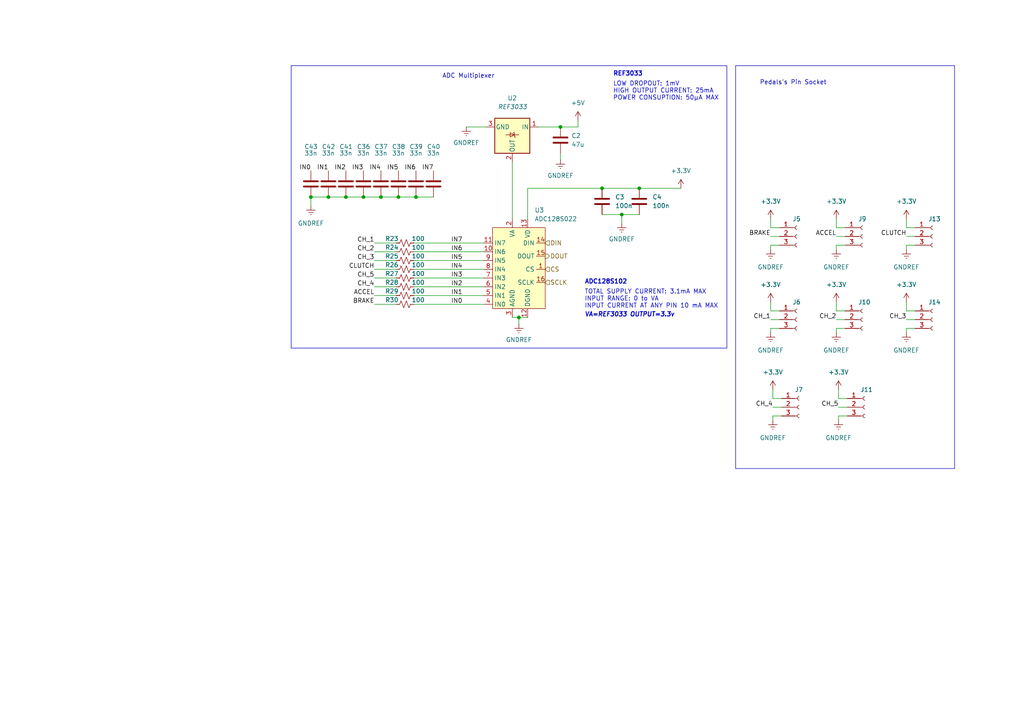
<source format=kicad_sch>
(kicad_sch (version 20230121) (generator eeschema)
  (paper "A4")
  (title_block (title "CAE32 pedals") (date "2024-01-13") (rev "1") (comment 1 "Desing by: janc18") (comment 2 "Version 2.1"))
  (lib_symbols
    (symbol "Connector:Conn_01x03_Female" (pin_names (offset 1.016) hide)
      (property "Reference" "J" (at 0 5.08 0))
      (property "Value" "Conn_01x03_Female" (at 0 -5.08 0))
      (symbol "Conn_01x03_Female_1_1"
        (arc (start 0 -2.032) (mid -0.5058 -2.54) (end 0 -3.048) (stroke (width 0.1524)))
        (polyline (pts (xy -1.27 -2.54) (xy -0.508 -2.54)) (stroke (width 0.1524)))
        (polyline (pts (xy -1.27 0) (xy -0.508 0)) (stroke (width 0.1524)))
        (polyline (pts (xy -1.27 2.54) (xy -0.508 2.54)) (stroke (width 0.1524)))
        (arc (start 0 0.508) (mid -0.5058 0) (end 0 -0.508) (stroke (width 0.1524)))
        (arc (start 0 3.048) (mid -0.5058 2.54) (end 0 2.032) (stroke (width 0.1524)))
        (pin passive line (at -5.08 2.54 0) (length 3.81) (name "Pin_1") (number "1"))
        (pin passive line (at -5.08 0 0) (length 3.81) (name "Pin_2") (number "2"))
        (pin passive line (at -5.08 -2.54 0) (length 3.81) (name "Pin_3") (number "3"))
      )
    )
    (symbol "Device:C" (pin_numbers hide) (pin_names (offset 0.254))
      (property "Reference" "C" (at 0.635 2.54 0))
      (property "Value" "C" (at 0.635 -2.54 0))
      (symbol "C_0_1"
        (polyline (pts (xy -2.032 -0.762) (xy 2.032 -0.762)) (stroke (width 0.508)))
        (polyline (pts (xy -2.032 0.762) (xy 2.032 0.762)) (stroke (width 0.508)))
      )
      (symbol "C_1_1"
        (pin passive line (at 0 3.81 270) (length 2.794) (name "~") (number "1"))
        (pin passive line (at 0 -3.81 90) (length 2.794) (name "~") (number "2"))
      )
    )
    (symbol "Device:R_Small_US" (pin_numbers hide) (pin_names (offset 0.254) hide)
      (property "Reference" "R" (at 0.762 0.508 0))
      (property "Value" "R_Small_US" (at 0.762 -1.016 0))
      (symbol "R_Small_US_1_1"
        (polyline (pts (xy 0 0) (xy 1.016 -0.381) (xy 0 -0.762) (xy -1.016 -1.143) (xy 0 -1.524)))
        (polyline (pts (xy 0 1.524) (xy 1.016 1.143) (xy 0 0.762) (xy -1.016 0.381) (xy 0 0)))
        (pin passive line (at 0 2.54 270) (length 1.016) (name "~") (number "1"))
        (pin passive line (at 0 -2.54 90) (length 1.016) (name "~") (number "2"))
      )
    )
    (symbol "GNDREF_1" (power) (pin_names (offset 0))
      (property "Value" "GNDREF_1" (at 0 -3.81 0))
      (symbol "GNDREF_1_0_1"
        (polyline (pts (xy -0.635 -1.905) (xy 0.635 -1.905)))
        (polyline (pts (xy -0.127 -2.54) (xy 0.127 -2.54)))
        (polyline (pts (xy 0 -1.27) (xy 0 0)))
        (polyline (pts (xy 1.27 -1.27) (xy -1.27 -1.27)))
      )
      (symbol "GNDREF_1_1_1"
        (pin power_in line (at 0 0 270) (length 0) hide (name "GNDREF") (number "1"))
      )
    )
    (symbol "GNDREF_2" (power) (pin_names (offset 0))
      (property "Value" "GNDREF_2" (at 0 -3.81 0))
      (symbol "GNDREF_2_0_1"
        (polyline (pts (xy -0.635 -1.905) (xy 0.635 -1.905)))
        (polyline (pts (xy -0.127 -2.54) (xy 0.127 -2.54)))
        (polyline (pts (xy 0 -1.27) (xy 0 0)))
        (polyline (pts (xy 1.27 -1.27) (xy -1.27 -1.27)))
      )
      (symbol "GNDREF_2_1_1"
        (pin power_in line (at 0 0 270) (length 0) hide (name "GNDREF") (number "1"))
      )
    )
    (symbol "Reference_Voltage:REF3033" (pin_names (offset 0.254))
      (property "Reference" "U" (at 0 6.35 0))
      (property "Value" "REF3033" (at 2.54 -6.35 0))
      (symbol "REF3033_0_1"
        (rectangle (start -5.08 5.08) (end 5.08 -5.08) (stroke (width 0.254)) (fill (type background)))
        (polyline (pts (xy -0.254 1.905) (xy -0.254 -1.905)))
        (polyline (pts (xy -0.889 -0.635) (xy 0.381 -0.635) (xy -0.254 0.635) (xy -0.889 -0.635)))
        (polyline (pts (xy 0.381 1.016) (xy 0.381 0.635) (xy -0.889 0.635) (xy -0.889 0.254)))
      )
      (symbol "REF3033_1_1"
        (pin power_in line (at -2.54 7.62 270) (length 2.54) (name "IN") (number "1"))
        (pin power_out line (at 7.62 0 180) (length 2.54) (name "OUT") (number "2"))
        (pin power_in line (at -2.54 -7.62 90) (length 2.54) (name "GND") (number "3"))
      )
    )
    (symbol "Rpizero:ADC128S102"
      (property "Reference" "U" (at 0 19.05 0))
      (property "Value" "ADC128S102" (at 0 16.51 0))
      (symbol "ADC128S102_0_1"
        (rectangle (start -7.62 10.795) (end 7.62 -12.7) (fill (type background)))
      )
      (symbol "ADC128S102_1_1"
        (pin input line (at 7.62 -1.27 180) (length 2.54) (name "CS") (number "1"))
        (pin input line (at -10.16 3.81 0) (length 2.54) (name "IN6") (number "10"))
        (pin input line (at -10.16 6.35 0) (length 2.54) (name "IN7") (number "11"))
        (pin input line (at 2.54 -15.24 90) (length 2.54) (name "DGND") (number "12"))
        (pin input line (at 2.54 13.335 270) (length 2.54) (name "VD") (number "13"))
        (pin input line (at 7.62 6.35 180) (length 2.54) (name "DIN") (number "14"))
        (pin input line (at 7.62 2.54 180) (length 2.54) (name "DOUT") (number "15"))
        (pin input line (at 7.62 -5.08 180) (length 2.54) (name "SCLK") (number "16"))
        (pin input line (at -1.905 13.335 270) (length 2.54) (name "VA") (number "2"))
        (pin input line (at -1.905 -15.24 90) (length 2.54) (name "AGND") (number "3"))
        (pin input line (at -10.16 -11.43 0) (length 2.54) (name "IN0") (number "4"))
        (pin input line (at -10.16 -8.89 0) (length 2.54) (name "IN1") (number "5"))
        (pin input line (at -10.16 -6.35 0) (length 2.54) (name "IN2") (number "6"))
        (pin input line (at -10.16 -3.81 0) (length 2.54) (name "IN3") (number "7"))
        (pin input line (at -10.16 -1.27 0) (length 2.54) (name "IN4") (number "8"))
        (pin input line (at -10.16 1.27 0) (length 2.54) (name "IN5") (number "9"))
      )
    )
    (symbol "power:+3.3V" (power) (pin_names (offset 0))
      (property "Value" "+3.3V" (at 0 3.556 0))
      (symbol "+3.3V_0_1"
        (polyline (pts (xy -0.762 1.27) (xy 0 2.54)))
        (polyline (pts (xy 0 0) (xy 0 2.54)))
        (polyline (pts (xy 0 2.54) (xy 0.762 1.27)))
      )
      (symbol "+3.3V_1_1"
        (pin power_in line (at 0 0 90) (length 0) hide (name "+3.3V") (number "1"))
      )
    )
    (symbol "power:+5V" (power) (pin_names (offset 0))
      (property "Value" "+5V" (at 0 3.556 0))
      (symbol "+5V_0_1"
        (polyline (pts (xy -0.762 1.27) (xy 0 2.54)))
        (polyline (pts (xy 0 0) (xy 0 2.54)))
        (polyline (pts (xy 0 2.54) (xy 0.762 1.27)))
      )
      (symbol "+5V_1_1"
        (pin power_in line (at 0 0 90) (length 0) hide (name "+5V") (number "1"))
      )
    )
    (symbol "power:GNDREF" (power) (pin_names (offset 0))
      (property "Value" "GNDREF" (at 0 -3.81 0))
      (symbol "GNDREF_0_1"
        (polyline (pts (xy -0.635 -1.905) (xy 0.635 -1.905)))
        (polyline (pts (xy -0.127 -2.54) (xy 0.127 -2.54)))
        (polyline (pts (xy 0 -1.27) (xy 0 0)))
        (polyline (pts (xy 1.27 -1.27) (xy -1.27 -1.27)))
      )
      (symbol "GNDREF_1_1"
        (pin power_in line (at 0 0 270) (length 0) hide (name "GNDREF") (number "1"))
      )
    )
  )
  (junction (at 185.42 54.61))
  (junction (at 120.65 57.15))
  (junction (at 180.34 62.23))
  (junction (at 105.41 57.15))
  (junction (at 95.25 57.15))
  (junction (at 150.495 92.075))
  (junction (at 115.57 57.15))
  (junction (at 110.49 57.15))
  (junction (at 162.56 36.83))
  (junction (at 100.33 57.15))
  (junction (at 90.17 57.15))
  (junction (at 174.625 54.61))
  (wire (pts (xy 95.25 57.15) (xy 100.33 57.15)))
  (wire (pts (xy 242.57 68.58) (xy 245.11 68.58)))
  (wire (pts (xy 223.52 72.39) (xy 223.52 71.12)))
  (wire (pts (xy 108.585 73.025) (xy 114.935 73.025)))
  (wire (pts (xy 120.015 75.565) (xy 140.335 75.565)))
  (wire (pts (xy 242.57 96.52) (xy 242.57 95.25)))
  (wire (pts (xy 224.155 113.03) (xy 224.155 115.57)))
  (wire (pts (xy 174.625 54.61) (xy 185.42 54.61)))
  (wire (pts (xy 262.89 92.71) (xy 265.43 92.71)))
  (wire (pts (xy 242.57 87.63) (xy 242.57 90.17)))
  (wire (pts (xy 262.89 71.12) (xy 265.43 71.12)))
  (wire (pts (xy 153.035 54.61) (xy 174.625 54.61)))
  (wire (pts (xy 243.205 118.11) (xy 245.745 118.11)))
  (wire (pts (xy 223.52 87.63) (xy 223.52 90.17)))
  (wire (pts (xy 120.015 80.645) (xy 140.335 80.645)))
  (wire (pts (xy 108.585 70.485) (xy 114.935 70.485)))
  (wire (pts (xy 120.015 88.265) (xy 140.335 88.265)))
  (wire (pts (xy 110.49 57.15) (xy 115.57 57.15)))
  (wire (pts (xy 185.42 54.61) (xy 197.485 54.61)))
  (wire (pts (xy 224.155 121.92) (xy 224.155 120.65)))
  (wire (pts (xy 108.585 75.565) (xy 114.935 75.565)))
  (wire (pts (xy 243.205 113.03) (xy 243.205 115.57)))
  (wire (pts (xy 174.625 62.23) (xy 180.34 62.23)))
  (wire (pts (xy 162.56 44.45) (xy 162.56 46.355)))
  (wire (pts (xy 120.015 85.725) (xy 140.335 85.725)))
  (wire (pts (xy 242.57 63.5) (xy 242.57 66.04)))
  (wire (pts (xy 224.155 118.11) (xy 226.695 118.11)))
  (wire (pts (xy 108.585 85.725) (xy 114.935 85.725)))
  (wire (pts (xy 153.035 63.5) (xy 153.035 54.61)))
  (wire (pts (xy 242.57 92.71) (xy 245.11 92.71)))
  (polyline (pts (xy 213.36 19.05) (xy 213.36 135.89)))
  (polyline (pts (xy 213.36 19.05) (xy 276.86 19.05)))
  (wire (pts (xy 120.65 57.15) (xy 125.73 57.15)))
  (wire (pts (xy 148.59 92.075) (xy 150.495 92.075)))
  (wire (pts (xy 223.52 66.04) (xy 226.06 66.04)))
  (wire (pts (xy 242.57 90.17) (xy 245.11 90.17)))
  (wire (pts (xy 242.57 71.12) (xy 245.11 71.12)))
  (wire (pts (xy 262.89 90.17) (xy 265.43 90.17)))
  (wire (pts (xy 242.57 95.25) (xy 245.11 95.25)))
  (wire (pts (xy 223.52 96.52) (xy 223.52 95.25)))
  (wire (pts (xy 150.495 92.075) (xy 150.495 93.98)))
  (wire (pts (xy 100.33 57.15) (xy 105.41 57.15)))
  (wire (pts (xy 262.89 66.04) (xy 265.43 66.04)))
  (wire (pts (xy 120.015 73.025) (xy 140.335 73.025)))
  (wire (pts (xy 135.255 36.83) (xy 140.97 36.83)))
  (wire (pts (xy 262.89 95.25) (xy 265.43 95.25)))
  (wire (pts (xy 180.34 62.23) (xy 185.42 62.23)))
  (wire (pts (xy 105.41 57.15) (xy 110.49 57.15)))
  (wire (pts (xy 167.64 34.925) (xy 167.64 36.83)))
  (wire (pts (xy 120.015 83.185) (xy 140.335 83.185)))
  (wire (pts (xy 223.52 68.58) (xy 226.06 68.58)))
  (wire (pts (xy 120.015 70.485) (xy 140.335 70.485)))
  (wire (pts (xy 148.59 46.99) (xy 148.59 63.5)))
  (wire (pts (xy 262.89 96.52) (xy 262.89 95.25)))
  (wire (pts (xy 223.52 71.12) (xy 226.06 71.12)))
  (wire (pts (xy 223.52 90.17) (xy 226.06 90.17)))
  (wire (pts (xy 224.155 115.57) (xy 226.695 115.57)))
  (wire (pts (xy 262.89 63.5) (xy 262.89 66.04)))
  (wire (pts (xy 242.57 72.39) (xy 242.57 71.12)))
  (polyline (pts (xy 276.86 135.89) (xy 213.36 135.89)))
  (wire (pts (xy 180.34 62.23) (xy 180.34 64.77)))
  (wire (pts (xy 167.64 36.83) (xy 162.56 36.83)))
  (wire (pts (xy 243.205 115.57) (xy 245.745 115.57)))
  (wire (pts (xy 115.57 57.15) (xy 120.65 57.15)))
  (wire (pts (xy 224.155 120.65) (xy 226.695 120.65)))
  (wire (pts (xy 108.585 78.105) (xy 114.935 78.105)))
  (wire (pts (xy 243.205 121.92) (xy 243.205 120.65)))
  (wire (pts (xy 120.015 78.105) (xy 140.335 78.105)))
  (wire (pts (xy 90.17 57.15) (xy 95.25 57.15)))
  (wire (pts (xy 150.495 92.075) (xy 153.035 92.075)))
  (wire (pts (xy 156.21 36.83) (xy 162.56 36.83)))
  (wire (pts (xy 242.57 66.04) (xy 245.11 66.04)))
  (wire (pts (xy 262.89 68.58) (xy 265.43 68.58)))
  (wire (pts (xy 262.89 72.39) (xy 262.89 71.12)))
  (wire (pts (xy 108.585 80.645) (xy 114.935 80.645)))
  (wire (pts (xy 108.585 83.185) (xy 114.935 83.185)))
  (wire (pts (xy 108.585 88.265) (xy 114.935 88.265)))
  (wire (pts (xy 90.17 57.15) (xy 90.17 59.69)))
  (polyline (pts (xy 276.86 19.05) (xy 276.86 135.89)))
  (wire (pts (xy 223.52 63.5) (xy 223.52 66.04)))
  (wire (pts (xy 223.52 95.25) (xy 226.06 95.25)))
  (wire (pts (xy 243.205 120.65) (xy 245.745 120.65)))
  (wire (pts (xy 262.89 87.63) (xy 262.89 90.17)))
  (wire (pts (xy 223.52 92.71) (xy 226.06 92.71)))
  (rectangle (start 84.455 19.05) (end 210.82 100.965))
  (text "LOW DROPOUT: 1mV\nHIGH OUTPUT CURRENT: 25mA\nPOWER CONSUPTION: 50μA MAX " (at 177.8 29.21 0) (effects (font (size 1.27 1.27)) (justify left bottom)))
  (text "ADC Multiplexer" (at 128.27 22.86 0) (effects (font (size 1.27 1.27)) (justify left bottom)))
  (text "VA=REF3033 OUTPUT=3.3v" (at 169.545 92.075 0) (effects (font (size 1.27 1.27) (thickness 0.254) bold italic) (justify left bottom)))
  (text "ADC128S102" (at 169.545 82.55 0) (effects (font (size 1.27 1.27) (thickness 0.254) bold) (justify left bottom)))
  (text "Pedals's Pin Socket" (at 220.345 24.765 0) (effects (font (size 1.27 1.27)) (justify left bottom)))
  (text "REF3033" (at 177.8 22.225 0) (effects (font (size 1.27 1.27) (thickness 0.254) bold) (justify left bottom)))
  (text "TOTAL SUPPLY CURRENT: 3.1mA MAX\nINPUT RANGE: 0 to VA\nINPUT CURRENT AT ANY PIN 10 mA MAX\n" (at 169.545 89.535 0) (effects (font (size 1.27 1.27)) (justify left bottom)))
  (label "IN0" (at 130.81 88.265 0))
  (label "BRAKE" (at 223.52 68.58 180))
  (label "IN2" (at 130.81 83.185 0))
  (label "CH_3" (at 262.89 92.71 180))
  (label "IN3" (at 105.41 49.53 180))
  (label "IN2" (at 100.33 49.53 180))
  (label "CH_3" (at 108.585 75.565 180))
  (label "CH_5" (at 243.205 118.11 180))
  (label "IN4" (at 110.49 49.53 180))
  (label "IN1" (at 95.25 49.53 180))
  (label "IN0" (at 90.17 49.53 180))
  (label "IN7" (at 130.81 70.485 0))
  (label "IN6" (at 130.81 73.025 0))
  (label "IN5" (at 115.57 49.53 180))
  (label "CH_4" (at 108.585 83.185 180))
  (label "IN4" (at 130.81 78.105 0))
  (label "CLUTCH" (at 108.585 78.105 180))
  (label "CH_1" (at 108.585 70.485 180))
  (label "IN3" (at 130.81 80.645 0))
  (label "CH_5" (at 108.585 80.645 180))
  (label "BRAKE" (at 108.585 88.265 180))
  (label "ACCEL" (at 242.57 68.58 180))
  (label "IN6" (at 120.65 49.53 180))
  (label "CH_2" (at 242.57 92.71 180))
  (label "IN1" (at 130.81 85.725 0))
  (label "ACCEL" (at 108.585 85.725 180))
  (label "CLUTCH" (at 262.89 68.58 180))
  (label "CH_2" (at 108.585 73.025 180))
  (label "CH_1" (at 223.52 92.71 180))
  (label "IN7" (at 125.73 49.53 180))
  (label "CH_4" (at 224.155 118.11 180))
  (label "IN5" (at 130.81 75.565 0))
  (hierarchical_label "SCLK" (shape input) (at 158.115 81.915 0))
  (hierarchical_label "CS" (shape input) (at 158.115 78.105 0))
  (hierarchical_label "DOUT" (shape output) (at 158.115 74.295 0))
  (hierarchical_label "DIN" (shape input) (at 158.115 70.485 0))
  (symbol (lib_id "power:+3.3V") (at 223.52 87.63 0) (unit 1)
    (property "Reference" "#PWR023" (effects hide))
    (property "Value" "+3.3V" (at 223.52 82.55 0))
  )
  (symbol (lib_id "Device:C") (at 125.73 53.34 0) (unit 1)
    (property "Reference" "C40" (at 123.825 42.545 0) (effects (justify left)))
    (property "Value" "33n" (at 123.825 44.45 0) (effects (justify left)))
    (property "Footprint" "Capacitor_SMD:C_0603_1608Metric" (effects hide))
    (property "Item" "C2929162" (effects hide))
    (property "LCSC_PART" "C2929162" (effects hide))
    (property "Vendor" "C2929162" (effects hide))
  )
  (symbol (lib_id "Connector:Conn_01x03_Female") (at 250.19 92.71 0) (unit 1)
    (property "Reference" "J10" (at 248.92 87.63 0) (effects (justify left)))
    (property "Value" "Conn_01x03_Female" (effects hide))
    (property "Footprint" "Connector_PinHeader_2.54mm:PinHeader_1x03_P2.54mm_Vertical" (effects hide))
    (property "Qty" "8" (effects hide))
    (property "Item" "C6332196" (effects hide))
    (property "LCSC_PART" "C6332196" (effects hide))
    (property "Vendor" "C6332196" (effects hide))
  )
  (symbol (lib_id "Device:R_Small_US") (at 117.475 83.185 90) (unit 1)
    (property "Reference" "R28" (at 113.665 81.915 90))
    (property "Value" "100" (at 121.285 81.915 90))
    (property "Footprint" "Resistor_SMD:R_0603_1608Metric" (effects hide))
    (property "Item" "C25201" (effects hide))
    (property "LCSC_PART" "C25201" (effects hide))
    (property "Qty" "14" (effects hide))
    (property "Vendor" "C25201" (effects hide))
  )
  (symbol (lib_id "Device:C") (at 115.57 53.34 0) (unit 1)
    (property "Reference" "C38" (at 113.665 42.545 0) (effects (justify left)))
    (property "Value" "33n" (at 113.665 44.45 0) (effects (justify left)))
    (property "Footprint" "Capacitor_SMD:C_0603_1608Metric" (effects hide))
    (property "Item" "C2929162" (effects hide))
    (property "LCSC_PART" "C2929162" (effects hide))
    (property "Vendor" "C2929162" (effects hide))
  )
  (symbol (lib_id "Device:C") (at 100.33 53.34 0) (unit 1)
    (property "Reference" "C41" (at 98.425 42.545 0) (effects (justify left)))
    (property "Value" "33n" (at 98.425 44.45 0) (effects (justify left)))
    (property "Footprint" "Capacitor_SMD:C_0603_1608Metric" (effects hide))
    (property "Item" "C2929162" (effects hide))
    (property "LCSC_PART" "C2929162" (effects hide))
    (property "Vendor" "C2929162" (effects hide))
  )
  (symbol (lib_id "Connector:Conn_01x03_Female") (at 231.14 68.58 0) (unit 1)
    (property "Reference" "J5" (at 229.87 63.5 0) (effects (justify left)))
    (property "Value" "Conn_01x03_Female" (effects hide))
    (property "Footprint" "Connector_PinHeader_2.54mm:PinHeader_1x03_P2.54mm_Vertical" (effects hide))
    (property "Qty" "8" (effects hide))
    (property "Item" "C6332196" (effects hide))
    (property "LCSC_PART" "C6332196" (effects hide))
    (property "Vendor" "C6332196" (effects hide))
  )
  (symbol (lib_id "power:GNDREF") (at 242.57 72.39 0) (unit 1)
    (property "Reference" "#PWR030" (effects hide))
    (property "Value" "GNDREF" (at 242.57 77.47 0))
  )
  (symbol (lib_name "GNDREF_1") (lib_id "power:GNDREF") (at 180.34 64.77 0) (unit 1)
    (property "Reference" "#PWR017" (effects hide))
    (property "Value" "GNDREF" (at 180.34 69.342 0))
  )
  (symbol (lib_id "power:+3.3V") (at 262.89 87.63 0) (unit 1)
    (property "Reference" "#PWR039" (effects hide))
    (property "Value" "+3.3V" (at 262.89 82.55 0))
  )
  (symbol (lib_id "power:+3.3V") (at 224.155 113.03 0) (unit 1)
    (property "Reference" "#PWR025" (effects hide))
    (property "Value" "+3.3V" (at 224.155 107.95 0))
  )
  (symbol (lib_id "power:GNDREF") (at 262.89 96.52 0) (unit 1)
    (property "Reference" "#PWR040" (effects hide))
    (property "Value" "GNDREF" (at 262.89 101.6 0))
  )
  (symbol (lib_id "power:+3.3V") (at 197.485 54.61 0) (unit 1)
    (property "Reference" "#PWR018" (effects hide))
    (property "Value" "+3.3V" (at 197.485 49.53 0))
  )
  (symbol (lib_id "Device:R_Small_US") (at 117.475 85.725 90) (unit 1)
    (property "Reference" "R29" (at 113.665 84.455 90))
    (property "Value" "100" (at 121.285 84.455 90))
    (property "Footprint" "Resistor_SMD:R_0603_1608Metric" (effects hide))
    (property "Item" "C25201" (effects hide))
    (property "LCSC_PART" "C25201" (effects hide))
    (property "Qty" "14" (effects hide))
    (property "Vendor" "C25201" (effects hide))
  )
  (symbol (lib_id "power:GNDREF") (at 242.57 96.52 0) (unit 1)
    (property "Reference" "#PWR032" (effects hide))
    (property "Value" "GNDREF" (at 242.57 101.6 0))
  )
  (symbol (lib_id "power:+5V") (at 167.64 34.925 0) (unit 1)
    (property "Reference" "#PWR016" (effects hide))
    (property "Value" "+5V" (at 167.64 29.845 0))
  )
  (symbol (lib_id "Device:C") (at 105.41 53.34 0) (unit 1)
    (property "Reference" "C36" (at 103.505 42.545 0) (effects (justify left)))
    (property "Value" "33n" (at 103.505 44.45 0) (effects (justify left)))
    (property "Footprint" "Capacitor_SMD:C_0603_1608Metric" (effects hide))
    (property "Item" "C2929162" (effects hide))
    (property "LCSC_PART" "C2929162" (effects hide))
    (property "Vendor" "C2929162" (effects hide))
  )
  (symbol (lib_name "GNDREF_1") (lib_id "power:GNDREF") (at 150.495 93.98 0) (unit 1)
    (property "Reference" "#PWR014" (effects hide))
    (property "Value" "GNDREF" (at 150.495 98.552 0))
  )
  (symbol (lib_id "power:+3.3V") (at 242.57 63.5 0) (unit 1)
    (property "Reference" "#PWR029" (effects hide))
    (property "Value" "+3.3V" (at 242.57 58.42 0))
  )
  (symbol (lib_id "Device:R_Small_US") (at 117.475 73.025 90) (unit 1)
    (property "Reference" "R24" (at 113.665 71.755 90))
    (property "Value" "100" (at 121.285 71.755 90))
    (property "Footprint" "Resistor_SMD:R_0603_1608Metric" (effects hide))
    (property "Item" "C25201" (effects hide))
    (property "LCSC_PART" "C25201" (effects hide))
    (property "Qty" "14" (effects hide))
    (property "Vendor" "C25201" (effects hide))
  )
  (symbol (lib_id "Device:C") (at 120.65 53.34 0) (unit 1)
    (property "Reference" "C39" (at 118.745 42.545 0) (effects (justify left)))
    (property "Value" "33n" (at 118.745 44.45 0) (effects (justify left)))
    (property "Footprint" "Capacitor_SMD:C_0603_1608Metric" (effects hide))
    (property "Item" "C2929162" (effects hide))
    (property "LCSC_PART" "C2929162" (effects hide))
    (property "Vendor" "C2929162" (effects hide))
  )
  (symbol (lib_name "GNDREF_1") (lib_id "power:GNDREF") (at 162.56 46.355 0) (unit 1)
    (property "Reference" "#PWR015" (effects hide))
    (property "Value" "GNDREF" (at 162.56 50.927 0))
  )
  (symbol (lib_id "Device:C") (at 174.625 58.42 0) (unit 1)
    (property "Reference" "C3" (at 178.435 57.1499 0) (effects (justify left)))
    (property "Value" "100n" (at 178.435 59.6899 0) (effects (justify left)))
    (property "Footprint" "Capacitor_SMD:C_0603_1608Metric" (effects hide))
    (property "LCSC_PART" "c1591" (effects hide))
    (property "Item" "c1591" (effects hide))
    (property "Qty" "22" (effects hide))
    (property "Vendor" "c1591" (effects hide))
  )
  (symbol (lib_id "Device:C") (at 90.17 53.34 0) (unit 1)
    (property "Reference" "C43" (at 88.265 42.545 0) (effects (justify left)))
    (property "Value" "33n" (at 88.265 44.45 0) (effects (justify left)))
    (property "Footprint" "Capacitor_SMD:C_0603_1608Metric" (effects hide))
    (property "Item" "C2929162" (effects hide))
    (property "LCSC_PART" "C2929162" (effects hide))
    (property "Vendor" "C2929162" (effects hide))
  )
  (symbol (lib_id "Device:C") (at 95.25 53.34 0) (unit 1)
    (property "Reference" "C42" (at 93.345 42.545 0) (effects (justify left)))
    (property "Value" "33n" (at 93.345 44.45 0) (effects (justify left)))
    (property "Footprint" "Capacitor_SMD:C_0603_1608Metric" (effects hide))
    (property "Item" "C2929162" (effects hide))
    (property "LCSC_PART" "C2929162" (effects hide))
    (property "Vendor" "C2929162" (effects hide))
  )
  (symbol (lib_id "power:+3.3V") (at 262.89 63.5 0) (unit 1)
    (property "Reference" "#PWR037" (effects hide))
    (property "Value" "+3.3V" (at 262.89 58.42 0))
  )
  (symbol (lib_id "Device:C") (at 162.56 40.64 0) (unit 1)
    (property "Reference" "C2" (at 165.735 39.3699 0) (effects (justify left)))
    (property "Value" "47u" (at 165.735 41.9099 0) (effects (justify left)))
    (property "Footprint" "Capacitor_SMD:C_0603_1608Metric" (effects hide))
    (property "LCSC_PART" "C140782" (effects hide))
    (property "Item" "C140782" (effects hide))
    (property "Qty" "1" (effects hide))
    (property "Vendor" "C140782" (effects hide))
  )
  (symbol (lib_id "Device:C") (at 185.42 58.42 0) (unit 1)
    (property "Reference" "C4" (at 189.23 57.1499 0) (effects (justify left)))
    (property "Value" "100n" (at 189.23 59.6899 0) (effects (justify left)))
    (property "Footprint" "Capacitor_SMD:C_0603_1608Metric" (effects hide))
    (property "LCSC_PART" "c1591" (effects hide))
    (property "Item" "c1591" (effects hide))
    (property "Qty" "22" (effects hide))
    (property "Vendor" "c1591" (effects hide))
  )
  (symbol (lib_id "power:+3.3V") (at 243.205 113.03 0) (unit 1)
    (property "Reference" "#PWR033" (effects hide))
    (property "Value" "+3.3V" (at 243.205 107.95 0))
  )
  (symbol (lib_id "Device:R_Small_US") (at 117.475 70.485 90) (unit 1)
    (property "Reference" "R23" (at 113.665 69.215 90))
    (property "Value" "100" (at 121.285 69.215 90))
    (property "Footprint" "Resistor_SMD:R_0603_1608Metric" (effects hide))
    (property "Item" "C25201" (effects hide))
    (property "LCSC_PART" "C25201" (effects hide))
    (property "Qty" "14" (effects hide))
    (property "Vendor" "C25201" (effects hide))
  )
  (symbol (lib_id "Device:C") (at 110.49 53.34 0) (unit 1)
    (property "Reference" "C37" (at 108.585 42.545 0) (effects (justify left)))
    (property "Value" "33n" (at 108.585 44.45 0) (effects (justify left)))
    (property "Footprint" "Capacitor_SMD:C_0603_1608Metric" (effects hide))
    (property "Item" "C2929162" (effects hide))
    (property "LCSC_PART" "C2929162" (effects hide))
    (property "Vendor" "C2929162" (effects hide))
  )
  (symbol (lib_id "Connector:Conn_01x03_Female") (at 270.51 68.58 0) (unit 1)
    (property "Reference" "J13" (at 269.24 63.5 0) (effects (justify left)))
    (property "Value" "Conn_01x03_Female" (effects hide))
    (property "Footprint" "Connector_PinHeader_2.54mm:PinHeader_1x03_P2.54mm_Vertical" (effects hide))
    (property "Qty" "8" (effects hide))
    (property "Item" "C6332196" (effects hide))
    (property "LCSC_PART" "C6332196" (effects hide))
    (property "Vendor" "C6332196" (effects hide))
  )
  (symbol (lib_id "power:GNDREF") (at 223.52 96.52 0) (unit 1)
    (property "Reference" "#PWR024" (effects hide))
    (property "Value" "GNDREF" (at 223.52 101.6 0))
  )
  (symbol (lib_id "Connector:Conn_01x03_Female") (at 250.825 118.11 0) (unit 1)
    (property "Reference" "J11" (at 249.555 113.03 0) (effects (justify left)))
    (property "Value" "Conn_01x03_Female" (effects hide))
    (property "Footprint" "Connector_PinHeader_2.54mm:PinHeader_1x03_P2.54mm_Vertical" (effects hide))
    (property "Qty" "8" (effects hide))
    (property "Item" "C6332196" (effects hide))
    (property "LCSC_PART" "C6332196" (effects hide))
    (property "Vendor" "C6332196" (effects hide))
  )
  (symbol (lib_id "Connector:Conn_01x03_Female") (at 250.19 68.58 0) (unit 1)
    (property "Reference" "J9" (at 248.92 63.5 0) (effects (justify left)))
    (property "Value" "Conn_01x03_Female" (effects hide))
    (property "Footprint" "Connector_PinHeader_2.54mm:PinHeader_1x03_P2.54mm_Vertical" (effects hide))
    (property "Qty" "8" (effects hide))
    (property "Item" "C6332196" (effects hide))
    (property "LCSC_PART" "C6332196" (effects hide))
    (property "Vendor" "C6332196" (effects hide))
  )
  (symbol (lib_id "power:GNDREF") (at 262.89 72.39 0) (unit 1)
    (property "Reference" "#PWR038" (effects hide))
    (property "Value" "GNDREF" (at 262.89 77.47 0))
  )
  (symbol (lib_id "Reference_Voltage:REF3033") (at 148.59 39.37 270) (unit 1)
    (property "Reference" "U2" (at 148.59 28.448 90))
    (property "Value" "REF3033" (at 148.59 30.988 90) (effects (font italic)))
    (property "Footprint" "Package_TO_SOT_SMD:SOT-23" (effects hide))
    (property "Datasheet" "http://www.ti.com/lit/ds/symlink/ref3033.pdf" (effects hide))
    (property "LCSC_PART" "C36658" (effects hide))
    (property "Item" "C36658" (effects hide))
    (property "Qty" "1" (effects hide))
    (property "Vendor" "C36658" (effects hide))
  )
  (symbol (lib_name "GNDREF_1") (lib_id "power:GNDREF") (at 135.255 36.83 0) (unit 1)
    (property "Reference" "#PWR013" (effects hide))
    (property "Value" "GNDREF" (at 135.255 41.402 0))
  )
  (symbol (lib_id "power:+3.3V") (at 242.57 87.63 0) (unit 1)
    (property "Reference" "#PWR031" (effects hide))
    (property "Value" "+3.3V" (at 242.57 82.55 0))
  )
  (symbol (lib_id "Rpizero:ADC128S102") (at 150.495 76.835 0) (unit 1)
    (property "Reference" "U3" (at 155.0544 60.96 0) (effects (justify left)))
    (property "Value" "ADC128S022" (at 155.0544 63.5 0) (effects (justify left)))
    (property "Footprint" "Package_SO:TSSOP-16_4.4x5mm_P0.65mm" (effects hide))
    (property "Datasheet" "https://datasheet.lcsc.com/lcsc/2304140030_Texas-Instruments-ADC128S102CIMTX-NOPB_C179666.pdf" (effects hide))
    (property "LCSC_PART" "C180424" (effects hide))
    (property "Item" "C179666" (effects hide))
    (property "Qty" "1" (effects hide))
    (property "Vendor" "C180424" (effects hide))
  )
  (symbol (lib_id "power:+3.3V") (at 223.52 63.5 0) (unit 1)
    (property "Reference" "#PWR021" (effects hide))
    (property "Value" "+3.3V" (at 223.52 58.42 0))
  )
  (symbol (lib_id "power:GNDREF") (at 243.205 121.92 0) (unit 1)
    (property "Reference" "#PWR034" (effects hide))
    (property "Value" "GNDREF" (at 243.205 127 0))
  )
  (symbol (lib_id "Connector:Conn_01x03_Female") (at 270.51 92.71 0) (unit 1)
    (property "Reference" "J14" (at 269.24 87.63 0) (effects (justify left)))
    (property "Value" "Conn_01x03_Female" (effects hide))
    (property "Footprint" "Connector_PinHeader_2.54mm:PinHeader_1x03_P2.54mm_Vertical" (effects hide))
    (property "Qty" "8" (effects hide))
    (property "Item" "C6332196" (effects hide))
    (property "LCSC_PART" "C6332196" (effects hide))
    (property "Vendor" "C6332196" (effects hide))
  )
  (symbol (lib_id "power:GNDREF") (at 224.155 121.92 0) (unit 1)
    (property "Reference" "#PWR026" (effects hide))
    (property "Value" "GNDREF" (at 224.155 127 0))
  )
  (symbol (lib_id "Device:R_Small_US") (at 117.475 88.265 90) (unit 1)
    (property "Reference" "R30" (at 113.665 86.995 90))
    (property "Value" "100" (at 121.285 86.995 90))
    (property "Footprint" "Resistor_SMD:R_0603_1608Metric" (effects hide))
    (property "Item" "C25201" (effects hide))
    (property "LCSC_PART" "C25201" (effects hide))
    (property "Qty" "14" (effects hide))
    (property "Vendor" "C25201" (effects hide))
  )
  (symbol (lib_id "Device:R_Small_US") (at 117.475 80.645 90) (unit 1)
    (property "Reference" "R27" (at 113.665 79.375 90))
    (property "Value" "100" (at 121.285 79.375 90))
    (property "Footprint" "Resistor_SMD:R_0603_1608Metric" (effects hide))
    (property "Item" "C25201" (effects hide))
    (property "LCSC_PART" "C25201" (effects hide))
    (property "Qty" "14" (effects hide))
    (property "Vendor" "C25201" (effects hide))
  )
  (symbol (lib_id "Device:R_Small_US") (at 117.475 78.105 90) (unit 1)
    (property "Reference" "R26" (at 113.665 76.835 90))
    (property "Value" "100" (at 121.285 76.835 90))
    (property "Footprint" "Resistor_SMD:R_0603_1608Metric" (effects hide))
    (property "Item" "C25201" (effects hide))
    (property "LCSC_PART" "C25201" (effects hide))
    (property "Qty" "14" (effects hide))
    (property "Vendor" "C25201" (effects hide))
  )
  (symbol (lib_name "GNDREF_2") (lib_id "power:GNDREF") (at 90.17 59.69 0) (unit 1)
    (property "Reference" "#PWR09" (effects hide))
    (property "Value" "GNDREF" (at 90.17 64.77 0))
  )
  (symbol (lib_id "Device:R_Small_US") (at 117.475 75.565 90) (unit 1)
    (property "Reference" "R25" (at 113.665 74.295 90))
    (property "Value" "100" (at 121.285 74.295 90))
    (property "Footprint" "Resistor_SMD:R_0603_1608Metric" (effects hide))
    (property "Item" "C25201" (effects hide))
    (property "LCSC_PART" "C25201" (effects hide))
    (property "Qty" "14" (effects hide))
    (property "Vendor" "C25201" (effects hide))
  )
  (symbol (lib_id "Connector:Conn_01x03_Female") (at 231.775 118.11 0) (unit 1)
    (property "Reference" "J7" (at 230.505 113.03 0) (effects (justify left)))
    (property "Value" "Conn_01x03_Female" (effects hide))
    (property "Footprint" "Connector_PinHeader_2.54mm:PinHeader_1x03_P2.54mm_Vertical" (effects hide))
    (property "Qty" "8" (effects hide))
    (property "Item" "C6332196" (effects hide))
    (property "LCSC_PART" "C6332196" (effects hide))
    (property "Vendor" "C6332196" (effects hide))
  )
  (symbol (lib_id "power:GNDREF") (at 223.52 72.39 0) (unit 1)
    (property "Reference" "#PWR022" (effects hide))
    (property "Value" "GNDREF" (at 223.52 77.47 0))
  )
  (symbol (lib_id "Connector:Conn_01x03_Female") (at 231.14 92.71 0) (unit 1)
    (property "Reference" "J6" (at 229.87 87.63 0) (effects (justify left)))
    (property "Value" "Conn_01x03_Female" (effects hide))
    (property "Footprint" "Connector_PinHeader_2.54mm:PinHeader_1x03_P2.54mm_Vertical" (effects hide))
    (property "Qty" "8" (effects hide))
    (property "Item" "C6332196" (effects hide))
    (property "LCSC_PART" "C6332196" (effects hide))
    (property "Vendor" "C6332196" (effects hide))
  )
)
</source>
